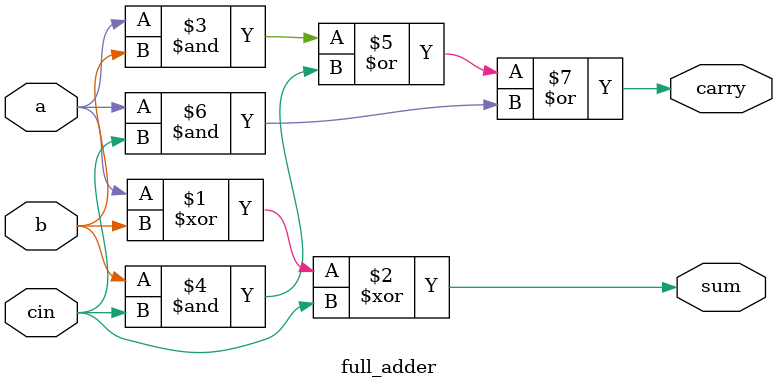
<source format=v>
module full_adder (
    input  a,
    input  b,
    input  cin,
    output sum,
    output carry
);
    assign sum   = a ^ b ^ cin;
    assign carry = (a & b) | (b & cin) | (a & cin);
endmodule

</source>
